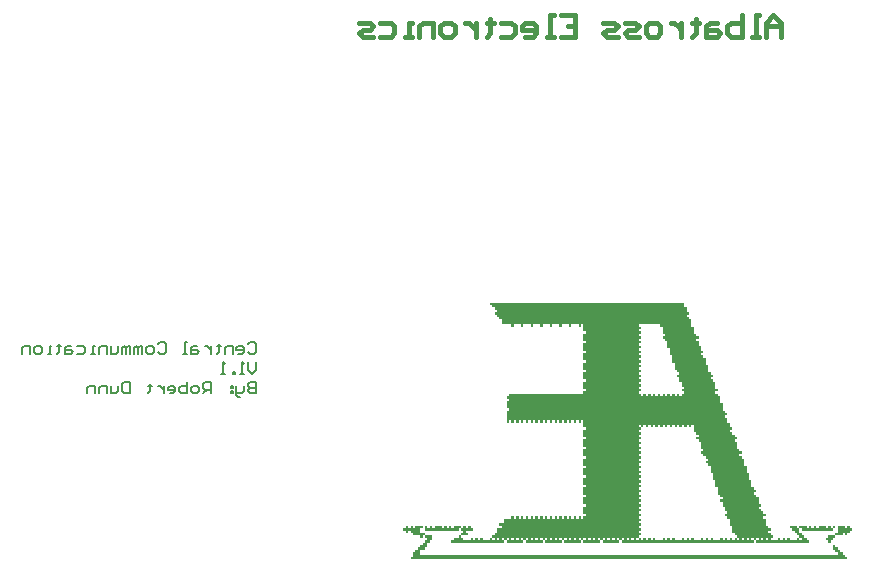
<source format=gbo>
G04 Layer_Color=32896*
%FSLAX44Y44*%
%MOMM*%
G71*
G01*
G75*
%ADD44C,0.2000*%
%ADD78C,0.4000*%
G36*
X1203198Y361188D02*
X1205230D01*
Y359156D01*
X1178814D01*
Y361188D01*
X1176782D01*
Y363220D01*
X1182878D01*
Y361188D01*
X1184910D01*
Y363220D01*
X1186942D01*
Y361188D01*
X1188974D01*
Y363220D01*
X1191006D01*
Y361188D01*
X1193038D01*
Y363220D01*
X1199134D01*
Y361188D01*
X1201166D01*
Y363220D01*
X1203198D01*
Y361188D01*
D02*
G37*
G36*
X1207262D02*
X1205230D01*
Y363220D01*
X1207262D01*
Y361188D01*
D02*
G37*
G36*
X857758D02*
X855726D01*
Y359156D01*
Y357124D01*
X859790D01*
Y355092D01*
X865886D01*
Y353060D01*
Y351028D01*
X863854D01*
Y348996D01*
X861822D01*
Y346964D01*
Y344932D01*
X859790D01*
Y342900D01*
X855726D01*
Y340868D01*
Y338836D01*
X1209294D01*
Y340868D01*
X1207262D01*
Y342900D01*
X1205230D01*
Y344932D01*
Y346964D01*
X1207262D01*
Y344932D01*
X1209294D01*
Y342900D01*
X1211326D01*
Y340868D01*
X1213358D01*
Y338836D01*
X1215390D01*
Y336804D01*
X1217422D01*
Y334772D01*
X847598D01*
Y336804D01*
X849630D01*
Y338836D01*
Y340868D01*
X851662D01*
Y342900D01*
X853694D01*
Y344932D01*
X855726D01*
Y346964D01*
X857758D01*
Y348996D01*
X859790D01*
Y351028D01*
X861822D01*
Y353060D01*
X859790D01*
Y355092D01*
X857758D01*
Y353060D01*
X855726D01*
Y355092D01*
X849630D01*
Y357124D01*
X847598D01*
Y359156D01*
X845566D01*
Y357124D01*
X843534D01*
Y359156D01*
X841502D01*
Y361188D01*
X843534D01*
Y363220D01*
X845566D01*
Y361188D01*
X847598D01*
Y363220D01*
X849630D01*
Y361188D01*
X851662D01*
Y363220D01*
X857758D01*
Y361188D01*
D02*
G37*
G36*
X898398D02*
X900430D01*
Y359156D01*
X894334D01*
Y357124D01*
X896366D01*
Y355092D01*
X890270D01*
Y357124D01*
X892302D01*
Y359156D01*
X890270D01*
Y361188D01*
X888238D01*
Y359156D01*
X859790D01*
Y361188D01*
Y363220D01*
X861822D01*
Y361188D01*
X863854D01*
Y363220D01*
X865886D01*
Y361188D01*
X867918D01*
Y363220D01*
X874014D01*
Y361188D01*
X876046D01*
Y363220D01*
X878078D01*
Y361188D01*
X880110D01*
Y363220D01*
X882142D01*
Y361188D01*
X884174D01*
Y363220D01*
X890270D01*
Y361188D01*
X892302D01*
Y363220D01*
X894334D01*
Y361188D01*
X896366D01*
Y363220D01*
X898398D01*
Y361188D01*
D02*
G37*
G36*
X1207262Y353060D02*
X1205230D01*
Y351028D01*
X1203198D01*
Y348996D01*
X1201166D01*
Y351028D01*
X1199134D01*
Y353060D01*
X1201166D01*
Y355092D01*
X1207262D01*
Y353060D01*
D02*
G37*
G36*
X1079246Y550164D02*
Y548132D01*
X1081278D01*
Y546100D01*
Y544068D01*
X1083310D01*
Y542036D01*
X1081278D01*
Y540004D01*
X1083310D01*
Y537972D01*
X1085342D01*
Y535940D01*
Y533908D01*
Y531876D01*
X1087374D01*
Y529844D01*
Y527812D01*
Y525780D01*
X1089406D01*
Y523748D01*
X1091438D01*
Y521716D01*
X1089406D01*
Y519684D01*
X1091438D01*
Y517652D01*
Y515620D01*
X1093470D01*
Y513588D01*
Y511556D01*
X1095502D01*
Y509524D01*
X1093470D01*
Y507492D01*
X1095502D01*
Y505460D01*
X1097534D01*
Y503428D01*
Y501396D01*
Y499364D01*
X1099566D01*
Y497332D01*
Y495300D01*
Y493268D01*
X1101598D01*
Y491236D01*
X1103630D01*
Y489204D01*
X1101598D01*
Y487172D01*
X1103630D01*
Y485140D01*
X1105662D01*
Y483108D01*
Y481076D01*
Y479044D01*
X1107694D01*
Y477012D01*
X1105662D01*
Y474980D01*
X1107694D01*
Y472948D01*
X1109726D01*
Y470916D01*
Y468884D01*
Y466852D01*
X1111758D01*
Y464820D01*
Y462788D01*
Y460756D01*
X1113790D01*
Y458724D01*
X1115822D01*
Y456692D01*
X1113790D01*
Y454660D01*
X1115822D01*
Y452628D01*
Y450596D01*
X1117854D01*
Y448564D01*
Y446532D01*
X1119886D01*
Y444500D01*
X1117854D01*
Y442468D01*
X1119886D01*
Y440436D01*
X1121918D01*
Y438404D01*
X1123950D01*
Y436372D01*
X1121918D01*
Y434340D01*
X1123950D01*
Y432308D01*
Y430276D01*
Y428244D01*
X1125982D01*
Y426212D01*
X1128014D01*
Y424180D01*
X1125982D01*
Y422148D01*
X1128014D01*
Y420116D01*
X1130046D01*
Y418084D01*
Y416052D01*
Y414020D01*
X1132078D01*
Y411988D01*
Y409956D01*
Y407924D01*
X1134110D01*
Y405892D01*
Y403860D01*
Y401828D01*
X1136142D01*
Y399796D01*
Y397764D01*
Y395732D01*
X1138174D01*
Y393700D01*
X1140206D01*
Y391668D01*
X1138174D01*
Y389636D01*
X1140206D01*
Y387604D01*
X1142238D01*
Y385572D01*
Y383540D01*
Y381508D01*
X1144270D01*
Y379476D01*
X1142238D01*
Y377444D01*
X1144270D01*
Y375412D01*
X1146302D01*
Y373380D01*
X1148334D01*
Y371348D01*
X1146302D01*
Y369316D01*
X1148334D01*
Y367284D01*
Y365252D01*
Y363220D01*
X1150366D01*
Y361188D01*
X1152398D01*
Y359156D01*
X1150366D01*
Y357124D01*
X1152398D01*
Y355092D01*
X1154430D01*
Y353060D01*
X1152398D01*
Y351028D01*
X1158494D01*
Y353060D01*
X1160526D01*
Y351028D01*
X1162558D01*
Y353060D01*
X1164590D01*
Y351028D01*
X1166622D01*
Y353060D01*
X1168654D01*
Y351028D01*
X1174750D01*
Y353060D01*
X1176782D01*
Y351028D01*
X1178814D01*
Y353060D01*
X1176782D01*
Y355092D01*
X1174750D01*
Y357124D01*
X1172718D01*
Y359156D01*
X1170686D01*
Y361188D01*
X1168654D01*
Y363220D01*
X1174750D01*
Y361188D01*
X1176782D01*
Y359156D01*
Y357124D01*
X1178814D01*
Y355092D01*
X1180846D01*
Y353060D01*
X1182878D01*
Y351028D01*
X1184910D01*
Y348996D01*
X1140206D01*
Y351028D01*
X1138174D01*
Y353060D01*
X1136142D01*
Y351028D01*
X1138174D01*
Y348996D01*
X1026414D01*
Y351028D01*
X1024382D01*
Y353060D01*
X1022350D01*
Y351028D01*
X1024382D01*
Y348996D01*
X1010158D01*
Y351028D01*
X1008126D01*
Y353060D01*
X1006094D01*
Y351028D01*
X1008126D01*
Y348996D01*
X993902D01*
Y351028D01*
X991870D01*
Y353060D01*
X989838D01*
Y351028D01*
X991870D01*
Y348996D01*
X977646D01*
Y351028D01*
X975614D01*
Y353060D01*
X973582D01*
Y351028D01*
X975614D01*
Y348996D01*
X961390D01*
Y351028D01*
X959358D01*
Y353060D01*
X957326D01*
Y351028D01*
X959358D01*
Y348996D01*
X945134D01*
Y351028D01*
X943102D01*
Y353060D01*
X941070D01*
Y351028D01*
X943102D01*
Y348996D01*
X928878D01*
Y351028D01*
X926846D01*
Y353060D01*
X924814D01*
Y351028D01*
X926846D01*
Y348996D01*
X882142D01*
Y351028D01*
X884174D01*
Y353060D01*
X888238D01*
Y355092D01*
X890270D01*
Y353060D01*
X892302D01*
Y351028D01*
X898398D01*
Y353060D01*
X900430D01*
Y351028D01*
X902462D01*
Y353060D01*
X904494D01*
Y351028D01*
X906526D01*
Y353060D01*
X908558D01*
Y351028D01*
X914654D01*
Y353060D01*
X916686D01*
Y351028D01*
X918718D01*
Y353060D01*
X916686D01*
Y355092D01*
X918718D01*
Y357124D01*
X920750D01*
Y359156D01*
Y361188D01*
X924814D01*
Y363220D01*
X922782D01*
Y365252D01*
X926846D01*
Y367284D01*
Y369316D01*
X932942D01*
Y371348D01*
X934974D01*
Y369316D01*
X937006D01*
Y371348D01*
X939038D01*
Y369316D01*
X941070D01*
Y371348D01*
X943102D01*
Y369316D01*
X945134D01*
Y371348D01*
X947166D01*
Y369316D01*
X949198D01*
Y371348D01*
X951230D01*
Y369316D01*
X953262D01*
Y371348D01*
X955294D01*
Y369316D01*
X957326D01*
Y371348D01*
X959358D01*
Y369316D01*
X961390D01*
Y371348D01*
X963422D01*
Y369316D01*
X965454D01*
Y371348D01*
X967486D01*
Y369316D01*
X969518D01*
Y371348D01*
X971550D01*
Y369316D01*
X973582D01*
Y371348D01*
X975614D01*
Y369316D01*
X977646D01*
Y371348D01*
X979678D01*
Y369316D01*
X981710D01*
Y371348D01*
X983742D01*
Y369316D01*
X985774D01*
Y371348D01*
X987806D01*
Y369316D01*
X989838D01*
Y371348D01*
X991870D01*
Y369316D01*
X993902D01*
Y371348D01*
X995934D01*
Y373380D01*
X993902D01*
Y375412D01*
Y377444D01*
Y379476D01*
X995934D01*
Y381508D01*
X993902D01*
Y383540D01*
Y385572D01*
Y387604D01*
X995934D01*
Y389636D01*
X993902D01*
Y391668D01*
Y393700D01*
Y395732D01*
X995934D01*
Y397764D01*
X993902D01*
Y399796D01*
Y401828D01*
Y403860D01*
X995934D01*
Y405892D01*
X993902D01*
Y407924D01*
Y409956D01*
Y411988D01*
X995934D01*
Y414020D01*
X993902D01*
Y416052D01*
Y418084D01*
Y420116D01*
X995934D01*
Y422148D01*
X993902D01*
Y424180D01*
Y426212D01*
Y428244D01*
X995934D01*
Y430276D01*
X993902D01*
Y432308D01*
Y434340D01*
Y436372D01*
X995934D01*
Y438404D01*
X993902D01*
Y440436D01*
Y442468D01*
Y444500D01*
X995934D01*
Y446532D01*
X993902D01*
Y448564D01*
Y450596D01*
Y452628D01*
X991870D01*
Y450596D01*
X989838D01*
Y452628D01*
X987806D01*
Y450596D01*
X985774D01*
Y452628D01*
X983742D01*
Y450596D01*
X981710D01*
Y452628D01*
X979678D01*
Y450596D01*
X977646D01*
Y452628D01*
X975614D01*
Y450596D01*
X973582D01*
Y452628D01*
X971550D01*
Y450596D01*
X969518D01*
Y452628D01*
X967486D01*
Y450596D01*
X965454D01*
Y452628D01*
X963422D01*
Y450596D01*
X961390D01*
Y452628D01*
X959358D01*
Y450596D01*
X957326D01*
Y452628D01*
X955294D01*
Y450596D01*
X953262D01*
Y452628D01*
X951230D01*
Y450596D01*
X949198D01*
Y452628D01*
X947166D01*
Y450596D01*
X945134D01*
Y452628D01*
X943102D01*
Y450596D01*
X941070D01*
Y452628D01*
X939038D01*
Y450596D01*
X937006D01*
Y452628D01*
X934974D01*
Y450596D01*
X932942D01*
Y452628D01*
X930910D01*
Y450596D01*
X928878D01*
Y452628D01*
Y454660D01*
Y456692D01*
Y458724D01*
Y460756D01*
X930910D01*
Y462788D01*
X928878D01*
Y464820D01*
Y466852D01*
Y468884D01*
X930910D01*
Y470916D01*
X928878D01*
Y472948D01*
X930910D01*
Y474980D01*
X993902D01*
Y477012D01*
X995934D01*
Y479044D01*
X993902D01*
Y481076D01*
Y483108D01*
Y485140D01*
X995934D01*
Y487172D01*
X993902D01*
Y489204D01*
Y491236D01*
Y493268D01*
X995934D01*
Y495300D01*
X993902D01*
Y497332D01*
Y499364D01*
Y501396D01*
X995934D01*
Y503428D01*
X993902D01*
Y505460D01*
Y507492D01*
Y509524D01*
X995934D01*
Y511556D01*
X993902D01*
Y513588D01*
Y515620D01*
Y517652D01*
X995934D01*
Y519684D01*
X993902D01*
Y521716D01*
Y523748D01*
Y525780D01*
X995934D01*
Y527812D01*
X993902D01*
Y529844D01*
Y531876D01*
Y533908D01*
X991870D01*
Y531876D01*
X989838D01*
Y533908D01*
X983742D01*
Y531876D01*
X981710D01*
Y533908D01*
X975614D01*
Y531876D01*
X973582D01*
Y533908D01*
X967486D01*
Y531876D01*
X965454D01*
Y533908D01*
X959358D01*
Y531876D01*
X957326D01*
Y533908D01*
X951230D01*
Y531876D01*
X949198D01*
Y533908D01*
X943102D01*
Y531876D01*
X941070D01*
Y533908D01*
X934974D01*
Y531876D01*
X932942D01*
Y533908D01*
X924814D01*
Y535940D01*
Y537972D01*
X922782D01*
Y540004D01*
X920750D01*
Y542036D01*
X918718D01*
Y544068D01*
X920750D01*
Y546100D01*
X918718D01*
Y548132D01*
X916686D01*
Y550164D01*
X914654D01*
Y552196D01*
X1079246D01*
Y550164D01*
D02*
G37*
G36*
X1219454Y361188D02*
X1221486D01*
Y359156D01*
X1219454D01*
Y357124D01*
X1217422D01*
Y355092D01*
X1215390D01*
Y357124D01*
X1213358D01*
Y355092D01*
X1207262D01*
Y357124D01*
X1209294D01*
Y359156D01*
Y361188D01*
Y363220D01*
X1215390D01*
Y361188D01*
X1217422D01*
Y363220D01*
X1219454D01*
Y361188D01*
D02*
G37*
%LPC*%
G36*
X971550Y353060D02*
X969518D01*
Y351028D01*
X971550D01*
Y353060D01*
D02*
G37*
G36*
X967486D02*
X965454D01*
Y351028D01*
X967486D01*
Y353060D01*
D02*
G37*
G36*
X963422D02*
X961390D01*
Y351028D01*
X963422D01*
Y353060D01*
D02*
G37*
G36*
X979678D02*
X977646D01*
Y351028D01*
X979678D01*
Y353060D01*
D02*
G37*
G36*
X995934D02*
X993902D01*
Y351028D01*
X995934D01*
Y353060D01*
D02*
G37*
G36*
X987806D02*
X985774D01*
Y351028D01*
X987806D01*
Y353060D01*
D02*
G37*
G36*
X983742D02*
X981710D01*
Y351028D01*
X983742D01*
Y353060D01*
D02*
G37*
G36*
X934974D02*
X932942D01*
Y351028D01*
X934974D01*
Y353060D01*
D02*
G37*
G36*
X930910D02*
X928878D01*
Y351028D01*
X930910D01*
Y353060D01*
D02*
G37*
G36*
X922782D02*
X920750D01*
Y351028D01*
X922782D01*
Y353060D01*
D02*
G37*
G36*
X939038D02*
X937006D01*
Y351028D01*
X939038D01*
Y353060D01*
D02*
G37*
G36*
X955294D02*
X953262D01*
Y351028D01*
X955294D01*
Y353060D01*
D02*
G37*
G36*
X951230D02*
X949198D01*
Y351028D01*
X951230D01*
Y353060D01*
D02*
G37*
G36*
X947166D02*
X945134D01*
Y351028D01*
X947166D01*
Y353060D01*
D02*
G37*
G36*
X999998D02*
X997966D01*
Y351028D01*
X999998D01*
Y353060D01*
D02*
G37*
G36*
X1142238D02*
X1140206D01*
Y351028D01*
X1142238D01*
Y353060D01*
D02*
G37*
G36*
X1134110D02*
X1132078D01*
Y351028D01*
X1134110D01*
Y353060D01*
D02*
G37*
G36*
X1130046D02*
X1128014D01*
Y351028D01*
X1130046D01*
Y353060D01*
D02*
G37*
G36*
X1146302D02*
X1144270D01*
Y351028D01*
X1146302D01*
Y353060D01*
D02*
G37*
G36*
X1058926Y533908D02*
X1040638D01*
Y531876D01*
X1042670D01*
Y529844D01*
X1040638D01*
Y527812D01*
X1042670D01*
Y525780D01*
X1040638D01*
Y523748D01*
X1042670D01*
Y521716D01*
X1040638D01*
Y519684D01*
X1042670D01*
Y517652D01*
X1040638D01*
Y515620D01*
X1042670D01*
Y513588D01*
X1040638D01*
Y511556D01*
X1042670D01*
Y509524D01*
X1040638D01*
Y507492D01*
X1042670D01*
Y505460D01*
X1040638D01*
Y503428D01*
X1042670D01*
Y501396D01*
X1040638D01*
Y499364D01*
X1042670D01*
Y497332D01*
X1040638D01*
Y495300D01*
X1042670D01*
Y493268D01*
X1040638D01*
Y491236D01*
X1042670D01*
Y489204D01*
X1040638D01*
Y487172D01*
X1042670D01*
Y485140D01*
X1040638D01*
Y483108D01*
X1042670D01*
Y481076D01*
X1040638D01*
Y479044D01*
X1042670D01*
Y477012D01*
X1040638D01*
Y474980D01*
X1042670D01*
Y472948D01*
X1044702D01*
Y474980D01*
X1046734D01*
Y472948D01*
X1048766D01*
Y474980D01*
X1050798D01*
Y472948D01*
X1052830D01*
Y474980D01*
X1054862D01*
Y472948D01*
X1056894D01*
Y474980D01*
X1058926D01*
Y472948D01*
X1060958D01*
Y474980D01*
X1062990D01*
Y472948D01*
X1065022D01*
Y474980D01*
X1067054D01*
Y472948D01*
X1069086D01*
Y474980D01*
X1071118D01*
Y472948D01*
X1073150D01*
Y474980D01*
X1075182D01*
Y472948D01*
X1077214D01*
Y474980D01*
X1079246D01*
Y477012D01*
X1077214D01*
Y479044D01*
X1079246D01*
Y481076D01*
X1077214D01*
Y483108D01*
Y485140D01*
X1075182D01*
Y487172D01*
Y489204D01*
X1073150D01*
Y491236D01*
X1075182D01*
Y493268D01*
X1073150D01*
Y495300D01*
X1071118D01*
Y497332D01*
Y499364D01*
Y501396D01*
X1069086D01*
Y503428D01*
Y505460D01*
Y507492D01*
X1067054D01*
Y509524D01*
Y511556D01*
Y513588D01*
X1065022D01*
Y515620D01*
Y517652D01*
Y519684D01*
X1062990D01*
Y521716D01*
X1060958D01*
Y523748D01*
X1062990D01*
Y525780D01*
X1060958D01*
Y527812D01*
Y529844D01*
Y531876D01*
X1058926D01*
Y533908D01*
D02*
G37*
G36*
X1087374Y448564D02*
X1085342D01*
Y446532D01*
X1083310D01*
Y448564D01*
X1081278D01*
Y446532D01*
X1079246D01*
Y448564D01*
X1077214D01*
Y446532D01*
X1075182D01*
Y448564D01*
X1073150D01*
Y446532D01*
X1071118D01*
Y448564D01*
X1069086D01*
Y446532D01*
X1067054D01*
Y448564D01*
X1065022D01*
Y446532D01*
X1062990D01*
Y448564D01*
X1060958D01*
Y446532D01*
X1058926D01*
Y448564D01*
X1056894D01*
Y446532D01*
X1054862D01*
Y448564D01*
X1052830D01*
Y446532D01*
X1050798D01*
Y448564D01*
X1048766D01*
Y446532D01*
X1046734D01*
Y448564D01*
X1044702D01*
Y446532D01*
X1042670D01*
Y448564D01*
X1040638D01*
Y446532D01*
X1042670D01*
Y444500D01*
X1040638D01*
Y442468D01*
X1042670D01*
Y440436D01*
X1040638D01*
Y438404D01*
X1042670D01*
Y436372D01*
X1040638D01*
Y434340D01*
X1042670D01*
Y432308D01*
X1040638D01*
Y430276D01*
X1042670D01*
Y428244D01*
X1040638D01*
Y426212D01*
X1042670D01*
Y424180D01*
X1040638D01*
Y422148D01*
X1042670D01*
Y420116D01*
X1040638D01*
Y418084D01*
X1042670D01*
Y416052D01*
X1040638D01*
Y414020D01*
X1042670D01*
Y411988D01*
X1040638D01*
Y409956D01*
X1042670D01*
Y407924D01*
X1040638D01*
Y405892D01*
X1042670D01*
Y403860D01*
X1040638D01*
Y401828D01*
X1042670D01*
Y399796D01*
X1040638D01*
Y397764D01*
X1042670D01*
Y395732D01*
X1040638D01*
Y393700D01*
X1042670D01*
Y391668D01*
X1040638D01*
Y389636D01*
X1042670D01*
Y387604D01*
X1040638D01*
Y385572D01*
X1042670D01*
Y383540D01*
X1040638D01*
Y381508D01*
X1042670D01*
Y379476D01*
X1040638D01*
Y377444D01*
X1042670D01*
Y375412D01*
X1040638D01*
Y373380D01*
X1042670D01*
Y371348D01*
X1040638D01*
Y369316D01*
X1042670D01*
Y367284D01*
X1040638D01*
Y365252D01*
X1042670D01*
Y363220D01*
X1040638D01*
Y361188D01*
X1042670D01*
Y359156D01*
X1040638D01*
Y357124D01*
X1042670D01*
Y355092D01*
X1040638D01*
Y353060D01*
X1042670D01*
Y351028D01*
X1044702D01*
Y353060D01*
X1046734D01*
Y351028D01*
X1048766D01*
Y353060D01*
X1050798D01*
Y351028D01*
X1052830D01*
Y353060D01*
X1054862D01*
Y351028D01*
X1060958D01*
Y353060D01*
X1062990D01*
Y351028D01*
X1065022D01*
Y353060D01*
X1067054D01*
Y351028D01*
X1069086D01*
Y353060D01*
X1071118D01*
Y351028D01*
X1077214D01*
Y353060D01*
X1079246D01*
Y351028D01*
X1081278D01*
Y353060D01*
X1083310D01*
Y351028D01*
X1085342D01*
Y353060D01*
X1087374D01*
Y351028D01*
X1093470D01*
Y353060D01*
X1095502D01*
Y351028D01*
X1097534D01*
Y353060D01*
X1099566D01*
Y351028D01*
X1101598D01*
Y353060D01*
X1103630D01*
Y351028D01*
X1109726D01*
Y353060D01*
X1111758D01*
Y351028D01*
X1113790D01*
Y353060D01*
X1115822D01*
Y351028D01*
X1117854D01*
Y353060D01*
X1119886D01*
Y351028D01*
X1121918D01*
Y353060D01*
X1123950D01*
Y351028D01*
X1125982D01*
Y353060D01*
X1123950D01*
Y355092D01*
X1121918D01*
Y357124D01*
X1119886D01*
Y359156D01*
Y361188D01*
Y363220D01*
X1117854D01*
Y365252D01*
Y367284D01*
Y369316D01*
X1115822D01*
Y371348D01*
X1113790D01*
Y373380D01*
X1115822D01*
Y375412D01*
X1113790D01*
Y377444D01*
Y379476D01*
X1111758D01*
Y381508D01*
Y383540D01*
X1109726D01*
Y385572D01*
X1111758D01*
Y387604D01*
X1109726D01*
Y389636D01*
X1107694D01*
Y391668D01*
Y393700D01*
Y395732D01*
X1105662D01*
Y397764D01*
Y399796D01*
Y401828D01*
X1103630D01*
Y403860D01*
Y405892D01*
Y407924D01*
X1101598D01*
Y409956D01*
Y411988D01*
Y414020D01*
X1099566D01*
Y416052D01*
X1097534D01*
Y418084D01*
X1099566D01*
Y420116D01*
X1097534D01*
Y422148D01*
X1095502D01*
Y424180D01*
X1093470D01*
Y426212D01*
X1095502D01*
Y428244D01*
X1093470D01*
Y430276D01*
Y432308D01*
Y434340D01*
X1091438D01*
Y436372D01*
X1089406D01*
Y438404D01*
X1091438D01*
Y440436D01*
X1089406D01*
Y442468D01*
X1087374D01*
Y444500D01*
Y446532D01*
Y448564D01*
D02*
G37*
G36*
X1150366Y353060D02*
X1148334D01*
Y351028D01*
X1150366D01*
Y353060D01*
D02*
G37*
G36*
X1040638D02*
X1038606D01*
Y351028D01*
X1040638D01*
Y353060D01*
D02*
G37*
G36*
X1016254D02*
X1014222D01*
Y351028D01*
X1016254D01*
Y353060D01*
D02*
G37*
G36*
X1012190D02*
X1010158D01*
Y351028D01*
X1012190D01*
Y353060D01*
D02*
G37*
G36*
X1004062D02*
X1002030D01*
Y351028D01*
X1004062D01*
Y353060D01*
D02*
G37*
G36*
X1020318D02*
X1018286D01*
Y351028D01*
X1020318D01*
Y353060D01*
D02*
G37*
G36*
X1036574D02*
X1034542D01*
Y351028D01*
X1036574D01*
Y353060D01*
D02*
G37*
G36*
X1032510D02*
X1030478D01*
Y351028D01*
X1032510D01*
Y353060D01*
D02*
G37*
G36*
X1028446D02*
X1026414D01*
Y351028D01*
X1028446D01*
Y353060D01*
D02*
G37*
%LPD*%
D44*
X710155Y517155D02*
X711822Y518821D01*
X715154D01*
X716820Y517155D01*
Y510491D01*
X715154Y508825D01*
X711822D01*
X710155Y510491D01*
X701825Y508825D02*
X705157D01*
X706823Y510491D01*
Y513823D01*
X705157Y515489D01*
X701825D01*
X700159Y513823D01*
Y512157D01*
X706823D01*
X696826Y508825D02*
Y515489D01*
X691828D01*
X690162Y513823D01*
Y508825D01*
X685163Y517155D02*
Y515489D01*
X686830D01*
X683497D01*
X685163D01*
Y510491D01*
X683497Y508825D01*
X678499Y515489D02*
Y508825D01*
Y512157D01*
X676833Y513823D01*
X675167Y515489D01*
X673501D01*
X666836D02*
X663504D01*
X661838Y513823D01*
Y508825D01*
X666836D01*
X668502Y510491D01*
X666836Y512157D01*
X661838D01*
X658505Y508825D02*
X655173D01*
X656839D01*
Y518821D01*
X658505D01*
X633513Y517155D02*
X635180Y518821D01*
X638512D01*
X640178Y517155D01*
Y510491D01*
X638512Y508825D01*
X635180D01*
X633513Y510491D01*
X628515Y508825D02*
X625183D01*
X623517Y510491D01*
Y513823D01*
X625183Y515489D01*
X628515D01*
X630181Y513823D01*
Y510491D01*
X628515Y508825D01*
X620185D02*
Y515489D01*
X618518D01*
X616852Y513823D01*
Y508825D01*
Y513823D01*
X615186Y515489D01*
X613520Y513823D01*
Y508825D01*
X610188D02*
Y515489D01*
X608522D01*
X606856Y513823D01*
Y508825D01*
Y513823D01*
X605189Y515489D01*
X603523Y513823D01*
Y508825D01*
X600191Y515489D02*
Y510491D01*
X598525Y508825D01*
X593526D01*
Y515489D01*
X590194Y508825D02*
Y515489D01*
X585196D01*
X583530Y513823D01*
Y508825D01*
X580197D02*
X576865D01*
X578531D01*
Y515489D01*
X580197D01*
X565202D02*
X570201D01*
X571867Y513823D01*
Y510491D01*
X570201Y508825D01*
X565202D01*
X560204Y515489D02*
X556872D01*
X555205Y513823D01*
Y508825D01*
X560204D01*
X561870Y510491D01*
X560204Y512157D01*
X555205D01*
X550207Y517155D02*
Y515489D01*
X551873D01*
X548541D01*
X550207D01*
Y510491D01*
X548541Y508825D01*
X543543D02*
X540210D01*
X541876D01*
Y515489D01*
X543543D01*
X533546Y508825D02*
X530214D01*
X528547Y510491D01*
Y513823D01*
X530214Y515489D01*
X533546D01*
X535212Y513823D01*
Y510491D01*
X533546Y508825D01*
X525215D02*
Y515489D01*
X520217D01*
X518551Y513823D01*
Y508825D01*
X716820Y502025D02*
Y495361D01*
X713488Y492028D01*
X710155Y495361D01*
Y502025D01*
X706823Y492028D02*
X703491D01*
X705157D01*
Y502025D01*
X706823Y500359D01*
X698493Y492028D02*
Y493694D01*
X696826D01*
Y492028D01*
X698493D01*
X690162D02*
X686830D01*
X688496D01*
Y502025D01*
X690162Y500359D01*
X716820Y485229D02*
Y475232D01*
X711822D01*
X710155Y476898D01*
Y478564D01*
X711822Y480231D01*
X716820D01*
X711822D01*
X710155Y481897D01*
Y483563D01*
X711822Y485229D01*
X716820D01*
X706823Y481897D02*
Y476898D01*
X705157Y475232D01*
X700159D01*
Y473566D01*
X701825Y471900D01*
X703491D01*
X700159Y475232D02*
Y481897D01*
X696826D02*
X695160D01*
Y480231D01*
X696826D01*
Y481897D01*
Y476898D02*
X695160D01*
Y475232D01*
X696826D01*
Y476898D01*
X678499Y475232D02*
Y485229D01*
X673501D01*
X671834Y483563D01*
Y480231D01*
X673501Y478564D01*
X678499D01*
X675167D02*
X671834Y475232D01*
X666836D02*
X663504D01*
X661838Y476898D01*
Y480231D01*
X663504Y481897D01*
X666836D01*
X668502Y480231D01*
Y476898D01*
X666836Y475232D01*
X658505Y485229D02*
Y475232D01*
X653507D01*
X651841Y476898D01*
Y478564D01*
Y480231D01*
X653507Y481897D01*
X658505D01*
X643510Y475232D02*
X646842D01*
X648509Y476898D01*
Y480231D01*
X646842Y481897D01*
X643510D01*
X641844Y480231D01*
Y478564D01*
X648509D01*
X638512Y481897D02*
Y475232D01*
Y478564D01*
X636846Y480231D01*
X635180Y481897D01*
X633513D01*
X626849Y483563D02*
Y481897D01*
X628515D01*
X625183D01*
X626849D01*
Y476898D01*
X625183Y475232D01*
X610188Y485229D02*
Y475232D01*
X605189D01*
X603523Y476898D01*
Y483563D01*
X605189Y485229D01*
X610188D01*
X600191Y481897D02*
Y476898D01*
X598525Y475232D01*
X593526D01*
Y481897D01*
X590194Y475232D02*
Y481897D01*
X585196D01*
X583530Y480231D01*
Y475232D01*
X580197D02*
Y481897D01*
X575199D01*
X573533Y480231D01*
Y475232D01*
D78*
X1160780Y777240D02*
Y789236D01*
X1154782Y795234D01*
X1148784Y789236D01*
Y777240D01*
Y786237D01*
X1160780D01*
X1142786Y777240D02*
X1136788D01*
X1139787D01*
Y795234D01*
X1142786D01*
X1127791D02*
Y777240D01*
X1118794D01*
X1115795Y780239D01*
Y783238D01*
Y786237D01*
X1118794Y789236D01*
X1127791D01*
X1106797D02*
X1100799D01*
X1097800Y786237D01*
Y777240D01*
X1106797D01*
X1109797Y780239D01*
X1106797Y783238D01*
X1097800D01*
X1088803Y792235D02*
Y789236D01*
X1091802D01*
X1085804D01*
X1088803D01*
Y780239D01*
X1085804Y777240D01*
X1076807Y789236D02*
Y777240D01*
Y783238D01*
X1073808Y786237D01*
X1070809Y789236D01*
X1067810D01*
X1055814Y777240D02*
X1049816D01*
X1046817Y780239D01*
Y786237D01*
X1049816Y789236D01*
X1055814D01*
X1058813Y786237D01*
Y780239D01*
X1055814Y777240D01*
X1040819D02*
X1031822D01*
X1028823Y780239D01*
X1031822Y783238D01*
X1037820D01*
X1040819Y786237D01*
X1037820Y789236D01*
X1028823D01*
X1022825Y777240D02*
X1013828D01*
X1010829Y780239D01*
X1013828Y783238D01*
X1019826D01*
X1022825Y786237D01*
X1019826Y789236D01*
X1010829D01*
X974840Y795234D02*
X986836D01*
Y777240D01*
X974840D01*
X986836Y786237D02*
X980838D01*
X968842Y777240D02*
X962844D01*
X965843D01*
Y795234D01*
X968842D01*
X944850Y777240D02*
X950848D01*
X953847Y780239D01*
Y786237D01*
X950848Y789236D01*
X944850D01*
X941851Y786237D01*
Y783238D01*
X953847D01*
X923857Y789236D02*
X932854D01*
X935853Y786237D01*
Y780239D01*
X932854Y777240D01*
X923857D01*
X914860Y792235D02*
Y789236D01*
X917859D01*
X911861D01*
X914860D01*
Y780239D01*
X911861Y777240D01*
X902863Y789236D02*
Y777240D01*
Y783238D01*
X899865Y786237D01*
X896865Y789236D01*
X893866D01*
X881870Y777240D02*
X875872D01*
X872873Y780239D01*
Y786237D01*
X875872Y789236D01*
X881870D01*
X884869Y786237D01*
Y780239D01*
X881870Y777240D01*
X866875D02*
Y789236D01*
X857878D01*
X854879Y786237D01*
Y777240D01*
X848881D02*
X842883D01*
X845882D01*
Y789236D01*
X848881D01*
X821890D02*
X830887D01*
X833886Y786237D01*
Y780239D01*
X830887Y777240D01*
X821890D01*
X815892D02*
X806895D01*
X803896Y780239D01*
X806895Y783238D01*
X812893D01*
X815892Y786237D01*
X812893Y789236D01*
X803896D01*
M02*

</source>
